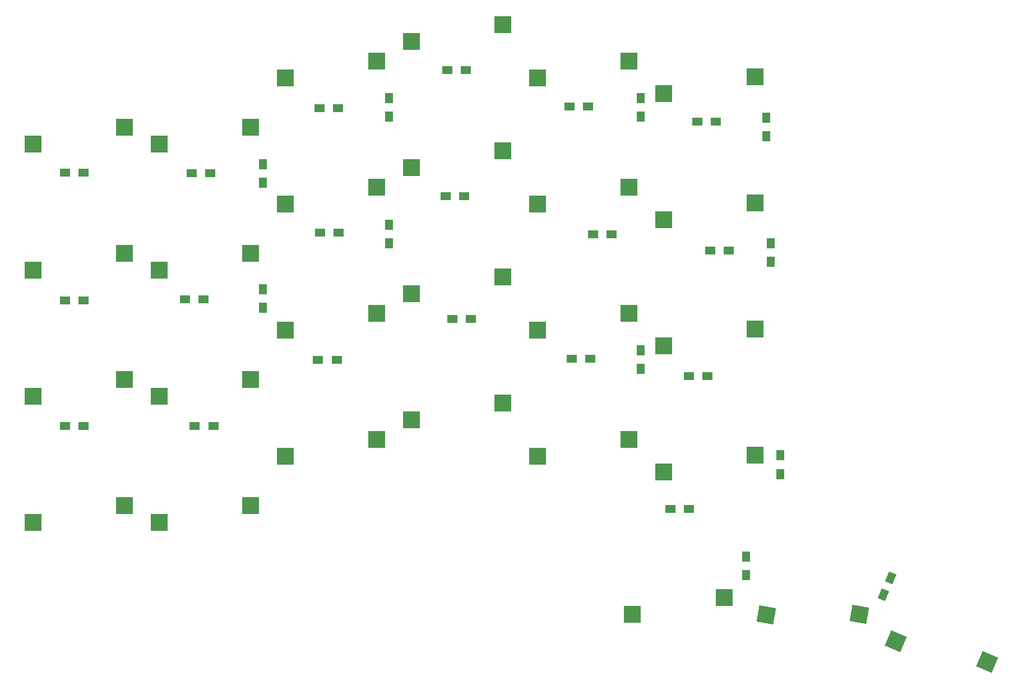
<source format=gbp>
G04 #@! TF.GenerationSoftware,KiCad,Pcbnew,8.0.8*
G04 #@! TF.CreationDate,2025-02-11T03:27:34+10:00*
G04 #@! TF.ProjectId,wetsocks54k,77657473-6f63-46b7-9335-346b2e6b6963,2*
G04 #@! TF.SameCoordinates,Original*
G04 #@! TF.FileFunction,Paste,Bot*
G04 #@! TF.FilePolarity,Positive*
%FSLAX46Y46*%
G04 Gerber Fmt 4.6, Leading zero omitted, Abs format (unit mm)*
G04 Created by KiCad (PCBNEW 8.0.8) date 2025-02-11 03:27:34*
%MOMM*%
%LPD*%
G01*
G04 APERTURE LIST*
G04 Aperture macros list*
%AMRotRect*
0 Rectangle, with rotation*
0 The origin of the aperture is its center*
0 $1 length*
0 $2 width*
0 $3 Rotation angle, in degrees counterclockwise*
0 Add horizontal line*
21,1,$1,$2,0,0,$3*%
G04 Aperture macros list end*
%ADD10R,1.600000X1.200000*%
%ADD11R,2.550000X2.500000*%
%ADD12R,1.200000X1.600000*%
%ADD13RotRect,1.600000X1.200000X67.000000*%
%ADD14RotRect,2.550000X2.500000X350.000000*%
%ADD15RotRect,2.550000X2.500000X337.000000*%
G04 APERTURE END LIST*
D10*
X136008600Y-129035000D03*
X138808600Y-129035000D03*
X102258600Y-62785000D03*
X105058600Y-62785000D03*
D11*
X130245000Y-144945000D03*
X144095000Y-142405000D03*
X77768600Y-63945000D03*
X91618600Y-61405000D03*
D12*
X93458600Y-66965000D03*
X93458600Y-69765000D03*
X74458600Y-76965000D03*
X74458600Y-79765000D03*
D10*
X103058600Y-100365000D03*
X105858600Y-100365000D03*
X63658600Y-78365000D03*
X66458600Y-78365000D03*
D12*
X131458600Y-105135000D03*
X131458600Y-107935000D03*
D11*
X134918600Y-104465000D03*
X148768600Y-101925000D03*
D10*
X82758600Y-106535000D03*
X85558600Y-106535000D03*
D11*
X134918600Y-66365000D03*
X148768600Y-63825000D03*
D10*
X44508600Y-116535000D03*
X47308600Y-116535000D03*
D11*
X115868600Y-121095000D03*
X129718600Y-118555000D03*
X96818600Y-115595000D03*
X110668600Y-113055000D03*
D12*
X93458600Y-86135000D03*
X93458600Y-88935000D03*
D10*
X138758600Y-109035000D03*
X141558600Y-109035000D03*
D12*
X74458600Y-95885000D03*
X74458600Y-98685000D03*
D10*
X120758600Y-68285000D03*
X123558600Y-68285000D03*
X44508600Y-97535000D03*
X47308600Y-97535000D03*
D11*
X96818600Y-96545000D03*
X110668600Y-94005000D03*
D10*
X142008600Y-90035000D03*
X144808600Y-90035000D03*
D11*
X77768600Y-82995000D03*
X91618600Y-80455000D03*
D10*
X124258600Y-87535000D03*
X127058600Y-87535000D03*
D11*
X39668600Y-131095000D03*
X53518600Y-128555000D03*
X115868600Y-63945000D03*
X129718600Y-61405000D03*
X39668600Y-92995000D03*
X53518600Y-90455000D03*
X134918600Y-123515000D03*
X148768600Y-120975000D03*
D10*
X44508600Y-78285000D03*
X47308600Y-78285000D03*
D11*
X58718600Y-112045000D03*
X72568600Y-109505000D03*
X39668600Y-73945000D03*
X53518600Y-71405000D03*
X77768600Y-102045000D03*
X91618600Y-99505000D03*
X58718601Y-73945000D03*
X72568601Y-71405000D03*
D10*
X83058600Y-87365000D03*
X85858600Y-87365000D03*
D12*
X147408600Y-136285000D03*
X147408600Y-139085000D03*
D13*
X169252648Y-139457586D03*
X168158600Y-142035000D03*
D12*
X150458600Y-69965000D03*
X150458600Y-72765000D03*
D11*
X58718600Y-92995000D03*
X72568600Y-90455000D03*
D14*
X150412466Y-145045576D03*
X164493120Y-144949192D03*
D12*
X151158600Y-88965000D03*
X151158600Y-91765000D03*
D11*
X58718600Y-131095000D03*
X72568600Y-128555000D03*
X96818600Y-77495000D03*
X110668600Y-74955000D03*
X134918600Y-85415000D03*
X148768600Y-82875000D03*
D10*
X102058600Y-81785000D03*
X104858600Y-81785000D03*
D11*
X115868600Y-102045000D03*
X129718600Y-99505000D03*
D15*
X170035110Y-149069174D03*
X183776560Y-152142718D03*
D11*
X77768600Y-121095000D03*
X91618600Y-118555000D03*
X39668600Y-112045000D03*
X53518600Y-109505000D03*
D10*
X140058600Y-70535000D03*
X142858600Y-70535000D03*
D11*
X96818600Y-58445000D03*
X110668600Y-55905000D03*
X115868600Y-82995000D03*
X129718600Y-80455000D03*
D10*
X121058600Y-106365000D03*
X123858600Y-106365000D03*
X62658600Y-97365000D03*
X65458600Y-97365000D03*
X83008600Y-68535000D03*
X85808600Y-68535000D03*
X64133264Y-116535000D03*
X66933264Y-116535000D03*
D12*
X131458600Y-66965000D03*
X131458600Y-69765000D03*
X152588600Y-123775000D03*
X152588600Y-120975000D03*
M02*

</source>
